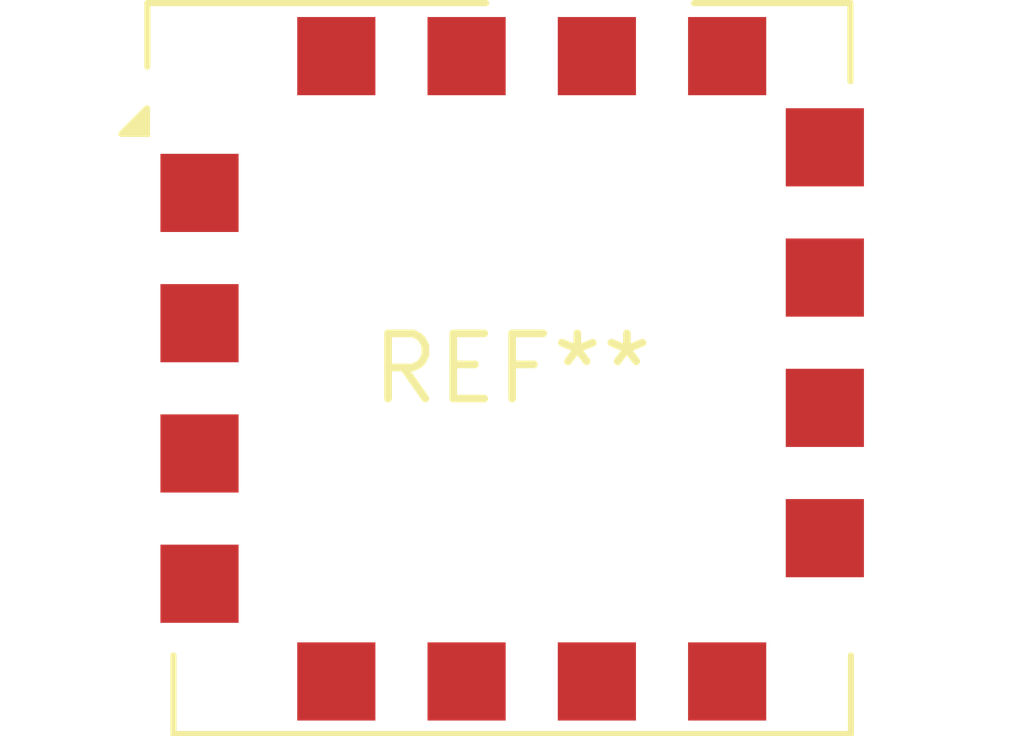
<source format=kicad_pcb>
(kicad_pcb (version 20240108) (generator pcbnew)
  (layers (0 "F.Cu" signal) (31 "B.Cu" signal) (34 "B.Paste" user) (35 "F.Paste" user) (36 "B.SilkS" user "B.Silkscreen") (37 "F.SilkS" user "F.Silkscreen") (38 "B.Mask" user) (39 "F.Mask" user) (44 "Edge.Cuts" user))
  (net 0 "")
  (footprint "Mini-Circuits_CK605" (layer "F.Cu") (at 0 0)
    (property "Reference" "REF**")
    (property "Value" "Mini-Circuits_CK605")
    (fp_line (start -7.112 -7.13) (end -0.508 -7.13) (layer "F.SilkS") (stroke (width 0.12)))
    (fp_line (start -7.112 -5.89) (end -7.112 -7.13) (layer "F.SilkS") (stroke (width 0.12)))
    (fp_line (start -6.604 5.588) (end -6.604 7.112) (layer "F.SilkS") (stroke (width 0.12)))
    (fp_line (start -6.604 7.12) (end 6.604 7.12) (layer "F.SilkS") (stroke (width 0.12)))
    (fp_line (start 3.546 -7.13) (end 6.594 -7.13) (layer "F.SilkS") (stroke (width 0.12)))
    (fp_line (start 6.594 -5.606) (end 6.594 -7.13) (layer "F.SilkS") (stroke (width 0.12)))
    (fp_line (start 6.604 7.112) (end 6.604 5.588) (layer "F.SilkS") (stroke (width 0.12)))
    (fp_poly (pts (xy -7.12 -4.58) (xy -7.62 -4.58) (xy -7.12 -5.08) (xy -7.12 -4.58)) (layer "F.SilkS") (stroke (width 0.12)) (fill solid))
    (pad "1" smd rect (at -6.096 -3.429 270) (size 1.524 1.524) (layers "F.Cu" "F.Paste" "F.Mask"))
    (pad "2" smd rect (at -6.096 -0.889 270) (size 1.524 1.524) (layers "F.Cu" "F.Paste" "F.Mask"))
    (pad "3" smd rect (at -6.096 1.651 270) (size 1.524 1.524) (layers "F.Cu" "F.Paste" "F.Mask"))
    (pad "4" smd rect (at -6.096 4.191 270) (size 1.524 1.524) (layers "F.Cu" "F.Paste" "F.Mask"))
    (pad "5" smd rect (at -3.429 6.096 270) (size 1.524 1.524) (layers "F.Cu" "F.Paste" "F.Mask"))
    (pad "6" smd rect (at -0.889 6.096 270) (size 1.524 1.524) (layers "F.Cu" "F.Paste" "F.Mask"))
    (pad "7" smd rect (at 1.651 6.096 270) (size 1.524 1.524) (layers "F.Cu" "F.Paste" "F.Mask"))
    (pad "8" smd rect (at 4.191 6.096 270) (size 1.524 1.524) (layers "F.Cu" "F.Paste" "F.Mask"))
    (pad "9" smd rect (at 6.096 3.302 270) (size 1.524 1.524) (layers "F.Cu" "F.Paste" "F.Mask"))
    (pad "10" smd rect (at 6.096 0.762 270) (size 1.524 1.524) (layers "F.Cu" "F.Paste" "F.Mask"))
    (pad "11" smd rect (at 6.096 -1.778 270) (size 1.524 1.524) (layers "F.Cu" "F.Paste" "F.Mask"))
    (pad "12" smd rect (at 6.096 -4.318 270) (size 1.524 1.524) (layers "F.Cu" "F.Paste" "F.Mask"))
    (pad "13" smd rect (at 4.191 -6.096 270) (size 1.524 1.524) (layers "F.Cu" "F.Paste" "F.Mask"))
    (pad "14" smd rect (at 1.651 -6.096 270) (size 1.524 1.524) (layers "F.Cu" "F.Paste" "F.Mask"))
    (pad "15" smd rect (at -0.889 -6.096 270) (size 1.524 1.524) (layers "F.Cu" "F.Paste" "F.Mask"))
    (pad "16" smd rect (at -3.429 -6.096 270) (size 1.524 1.524) (layers "F.Cu" "F.Paste" "F.Mask"))
  )
)
</source>
